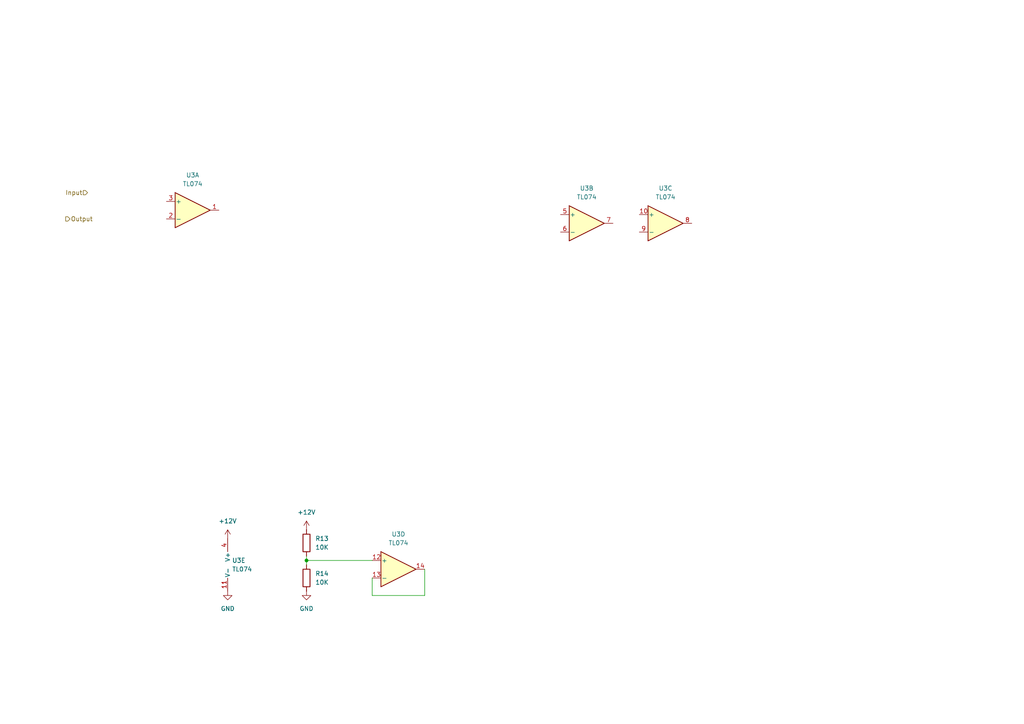
<source format=kicad_sch>
(kicad_sch (version 20250114) (generator "eeschema") (generator_version "9.0")
  (paper "A4")
  (lib_symbols
    (symbol "Amplifier_Operational:TL074" (pin_names (offset 0.127))
      (property "Reference" "U" (at 0 5.08 0))
      (property "Value" "TL074" (at 0 -5.08 0))
      (symbol "TL074_1_1"
        (polyline (pts (xy -5.08 5.08) (xy 5.08 0) (xy -5.08 -5.08) (xy -5.08 5.08)) (stroke (width 0.254)) (fill (type background)))
        (pin input line (at -7.62 2.54 0) (length 2.54) (name "+") (number "3"))
        (pin input line (at -7.62 -2.54 0) (length 2.54) (name "-") (number "2"))
        (pin output line (at 7.62 0 180) (length 2.54) (name "~") (number "1"))
      )
      (symbol "TL074_2_1"
        (polyline (pts (xy -5.08 5.08) (xy 5.08 0) (xy -5.08 -5.08) (xy -5.08 5.08)) (stroke (width 0.254)) (fill (type background)))
        (pin input line (at -7.62 2.54 0) (length 2.54) (name "+") (number "5"))
        (pin input line (at -7.62 -2.54 0) (length 2.54) (name "-") (number "6"))
        (pin output line (at 7.62 0 180) (length 2.54) (name "~") (number "7"))
      )
      (symbol "TL074_3_1"
        (polyline (pts (xy -5.08 5.08) (xy 5.08 0) (xy -5.08 -5.08) (xy -5.08 5.08)) (stroke (width 0.254)) (fill (type background)))
        (pin input line (at -7.62 2.54 0) (length 2.54) (name "+") (number "10"))
        (pin input line (at -7.62 -2.54 0) (length 2.54) (name "-") (number "9"))
        (pin output line (at 7.62 0 180) (length 2.54) (name "~") (number "8"))
      )
      (symbol "TL074_4_1"
        (polyline (pts (xy -5.08 5.08) (xy 5.08 0) (xy -5.08 -5.08) (xy -5.08 5.08)) (stroke (width 0.254)) (fill (type background)))
        (pin input line (at -7.62 2.54 0) (length 2.54) (name "+") (number "12"))
        (pin input line (at -7.62 -2.54 0) (length 2.54) (name "-") (number "13"))
        (pin output line (at 7.62 0 180) (length 2.54) (name "~") (number "14"))
      )
      (symbol "TL074_5_1"
        (pin power_in line (at -2.54 7.62 270) (length 3.81) (name "V+") (number "4"))
        (pin power_in line (at -2.54 -7.62 90) (length 3.81) (name "V-") (number "11"))
      )
    )
    (symbol "Device:R" (pin_numbers (hide yes)) (pin_names (offset 0))
      (property "Reference" "R" (at 2.032 0 90))
      (property "Value" "R" (at 0 0 90))
      (symbol "R_0_1"
        (rectangle (start -1.016 -2.54) (end 1.016 2.54) (stroke (width 0.254)))
      )
      (symbol "R_1_1"
        (pin passive line (at 0 3.81 270) (length 1.27) (name "~") (number "1"))
        (pin passive line (at 0 -3.81 90) (length 1.27) (name "~") (number "2"))
      )
    )
    (symbol "power:+12V" (power) (pin_numbers (hide yes)) (pin_names (offset 0) (hide yes))
      (property "Value" "+12V" (at 0 3.556 0))
      (symbol "+12V_0_1"
        (polyline (pts (xy -0.762 1.27) (xy 0 2.54)))
        (polyline (pts (xy 0 2.54) (xy 0.762 1.27)))
        (polyline (pts (xy 0 0) (xy 0 2.54)))
      )
      (symbol "+12V_1_1"
        (pin power_in line (at 0 0 90) (length 0) (name "~") (number "1"))
      )
    )
    (symbol "power:GND" (power) (pin_numbers (hide yes)) (pin_names (offset 0) (hide yes))
      (property "Value" "GND" (at 0 -3.81 0))
      (symbol "GND_0_1"
        (polyline (pts (xy 0 0) (xy 0 -1.27) (xy 1.27 -1.27) (xy 0 -2.54) (xy -1.27 -1.27) (xy 0 -1.27)))
      )
      (symbol "GND_1_1"
        (pin power_in line (at 0 0 270) (length 0) (name "~") (number "1"))
      )
    )
  )
  (junction (at 88.9 162.56))
  (wire (pts (xy 107.95 167.64) (xy 107.95 172.72)))
  (wire (pts (xy 123.19 172.72) (xy 123.19 165.1)))
  (wire (pts (xy 88.9 162.56) (xy 88.9 163.83)))
  (wire (pts (xy 107.95 172.72) (xy 123.19 172.72)))
  (wire (pts (xy 88.9 161.29) (xy 88.9 162.56)))
  (wire (pts (xy 88.9 162.56) (xy 107.95 162.56)))
  (hierarchical_label "Input" (shape input) (at 25.4 55.88 180))
  (hierarchical_label "Output" (shape output) (at 19.05 63.5 0))
  (symbol (lib_id "Amplifier_Operational:TL074") (at 55.88 60.96 0) (unit 1)
    (property "Reference" "U3" (at 55.88 50.8 0))
    (property "Value" "TL074" (at 55.88 53.34 0))
    (property "Footprint" "Package_DIP:DIP-14_W7.62mm" (effects (hide yes)))
    (property "Datasheet" "http://www.ti.com/lit/ds/symlink/tl071.pdf" (effects (hide yes)))
    (property "Description" "Quad Low-Noise JFET-Input Operational Amplifiers, DIP-14/SOIC-14" (effects (hide yes)))
  )
  (symbol (lib_id "Device:R") (at 88.9 167.64 0) (unit 1)
    (property "Reference" "R14" (at 91.44 166.3699 0) (effects (justify left)))
    (property "Value" "10K" (at 91.44 168.9099 0) (effects (justify left)))
    (property "Footprint" "Resistor_SMD:R_0603_1608Metric_Pad0.98x0.95mm_HandSolder" (effects (hide yes)))
    (property "Description" "Resistor" (effects (hide yes)))
  )
  (symbol (lib_id "power:GND") (at 66.04 171.45 0) (unit 1)
    (property "Reference" "#PWR022" (effects (hide yes)))
    (property "Value" "GND" (at 66.04 176.53 0))
    (property "Description" "Power symbol creates a global label with name \"GND\" , ground" (effects (hide yes)))
  )
  (symbol (lib_id "Amplifier_Operational:TL074") (at 68.58 163.83 0) (unit 5)
    (property "Reference" "U3" (at 67.31 162.5599 0) (effects (justify left)))
    (property "Value" "TL074" (at 67.31 165.0999 0) (effects (justify left)))
    (property "Footprint" "Package_DIP:DIP-14_W7.62mm" (effects (hide yes)))
    (property "Datasheet" "http://www.ti.com/lit/ds/symlink/tl071.pdf" (effects (hide yes)))
    (property "Description" "Quad Low-Noise JFET-Input Operational Amplifiers, DIP-14/SOIC-14" (effects (hide yes)))
  )
  (symbol (lib_id "power:+12V") (at 88.9 153.67 0) (unit 1)
    (property "Reference" "#PWR023" (effects (hide yes)))
    (property "Value" "+12V" (at 88.9 148.59 0))
    (property "Description" "Power symbol creates a global label with name \"+12V\"" (effects (hide yes)))
  )
  (symbol (lib_id "Amplifier_Operational:TL074") (at 170.18 64.77 0) (unit 2)
    (property "Reference" "U3" (at 170.18 54.61 0))
    (property "Value" "TL074" (at 170.18 57.15 0))
    (property "Footprint" "Package_DIP:DIP-14_W7.62mm" (effects (hide yes)))
    (property "Datasheet" "http://www.ti.com/lit/ds/symlink/tl071.pdf" (effects (hide yes)))
    (property "Description" "Quad Low-Noise JFET-Input Operational Amplifiers, DIP-14/SOIC-14" (effects (hide yes)))
  )
  (symbol (lib_id "Device:R") (at 88.9 157.48 0) (unit 1)
    (property "Reference" "R13" (at 91.44 156.2099 0) (effects (justify left)))
    (property "Value" "10K" (at 91.44 158.7499 0) (effects (justify left)))
    (property "Footprint" "Resistor_SMD:R_0603_1608Metric_Pad0.98x0.95mm_HandSolder" (effects (hide yes)))
    (property "Description" "Resistor" (effects (hide yes)))
  )
  (symbol (lib_id "Amplifier_Operational:TL074") (at 115.57 165.1 0) (unit 4)
    (property "Reference" "U3" (at 115.57 154.94 0))
    (property "Value" "TL074" (at 115.57 157.48 0))
    (property "Footprint" "Package_DIP:DIP-14_W7.62mm" (effects (hide yes)))
    (property "Datasheet" "http://www.ti.com/lit/ds/symlink/tl071.pdf" (effects (hide yes)))
    (property "Description" "Quad Low-Noise JFET-Input Operational Amplifiers, DIP-14/SOIC-14" (effects (hide yes)))
  )
  (symbol (lib_id "power:+12V") (at 66.04 156.21 0) (unit 1)
    (property "Reference" "#PWR021" (effects (hide yes)))
    (property "Value" "+12V" (at 66.04 151.13 0))
    (property "Description" "Power symbol creates a global label with name \"+12V\"" (effects (hide yes)))
  )
  (symbol (lib_id "power:GND") (at 88.9 171.45 0) (unit 1)
    (property "Reference" "#PWR024" (effects (hide yes)))
    (property "Value" "GND" (at 88.9 176.53 0))
    (property "Description" "Power symbol creates a global label with name \"GND\" , ground" (effects (hide yes)))
  )
  (symbol (lib_id "Amplifier_Operational:TL074") (at 193.04 64.77 0) (unit 3)
    (property "Reference" "U3" (at 193.04 54.61 0))
    (property "Value" "TL074" (at 193.04 57.15 0))
    (property "Footprint" "Package_DIP:DIP-14_W7.62mm" (effects (hide yes)))
    (property "Datasheet" "http://www.ti.com/lit/ds/symlink/tl071.pdf" (effects (hide yes)))
    (property "Description" "Quad Low-Noise JFET-Input Operational Amplifiers, DIP-14/SOIC-14" (effects (hide yes)))
  )
)
</source>
